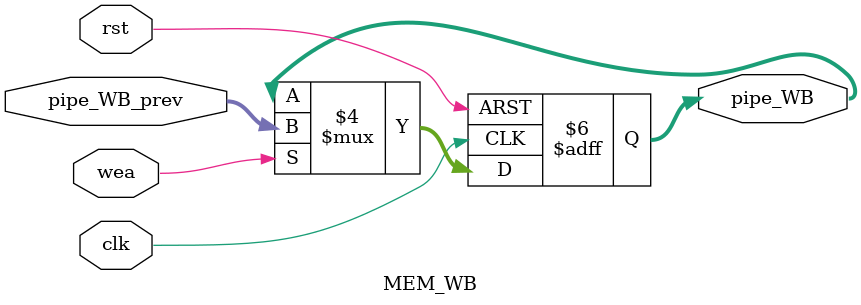
<source format=v>
module MEM_WB #(
    parameter width = 32
)(
    input clk, rst, wea,
    input[width - 1:0] pipe_WB_prev,
    output reg[width - 1:0] pipe_WB
);
    always@(posedge clk, posedge rst) begin
        if (rst == 1) pipe_WB <= 0;
        else if (wea == 1) pipe_WB <= pipe_WB_prev;
    end
endmodule
</source>
